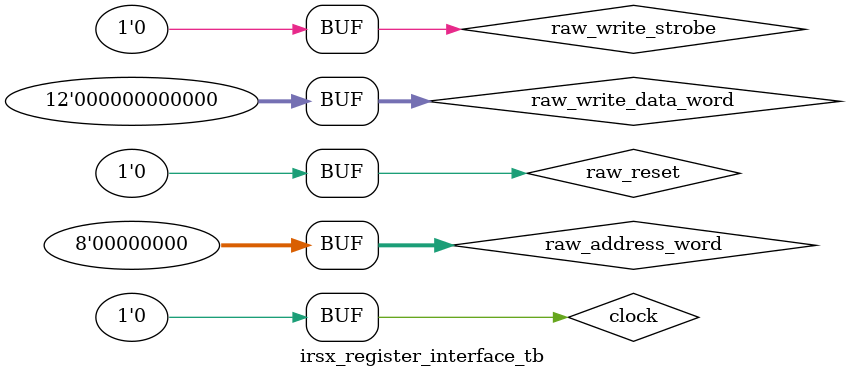
<source format=v>


`ifndef IRSX_LIB
`define IRSX_LIB

//`include "lib/RAM8.v"
`include "RAM8.v"

module irsx_register_interface (
	input clock, reset,
	input [7:0] address,
	input [11:0] data_in,
	output [11:0] data_out,
	input write_enable,
	output reg sin, pclk, regclr,
	output sclk,
	input shout
);
	localparam MAX_REGISTER_ADDRESS = 255;
	localparam NUMBER_OF_ASIC_ADDRESS_BITS = 8;
	localparam NUMBER_OF_ASIC_DATA_BITS = 12;
	localparam NUMBER_OF_SIN_WORD_BITS = NUMBER_OF_ASIC_ADDRESS_BITS + NUMBER_OF_ASIC_DATA_BITS; // 20
	wire [9:0] upstream_address_10 = { 2'b00, address };
	reg [9:0] address_10 = 0;
	wire [11:0] data_intended;
	wire [11:0] data_readback;
	RAM_s6_1k_12bit_12bit intended_values (.reset(reset),
		.clock_a(clock), .address_a(upstream_address_10), .data_in_a(data_in), .write_enable_a(write_enable), .data_out_a(data_out),
		.clock_b(clock), .address_b(address_10), .data_out_b(data_intended));
	reg [9:0] readback_address_a_10 = 0;
	wire [0:NUMBER_OF_SIN_WORD_BITS-1] sin_word = { address_10[7:0], data_intended };
	reg [6:0] sin_counter = 0;
	reg [3:0] pclk_counter = 0;
	reg [0:NUMBER_OF_SIN_WORD_BITS-1] shout_word = 0;
	wire [11:0] data_from_shout;
	if (0) begin
		assign data_from_shout = shout_word[8:NUMBER_OF_SIN_WORD_BITS-1];
	end else begin
		assign data_from_shout = data_intended; // need to fake it here until we can write to OSH and SSHSH in misc_reg168
	end
	reg shout_write = 0;
	RAM_s6_1k_12bit_12bit actual_readback (.reset(reset),
		.clock_a(clock), .address_a(address_10), .data_in_a(data_from_shout), .write_enable_a(shout_write), .data_out_a(data_readback),
		.clock_b(clock), .address_b(address_10), .data_out_b());
	reg [1:0] mode = 0;
	assign sclk = sin_counter[1];
	always @(posedge clock) begin
		if (reset) begin
			sin <= 0;
			pclk <= 0;
			regclr <= 0;
			mode <= 2'b00; // scan for differences
			sin_counter <= 0;
			address_10 <= 0;
			pclk_counter <= 0;
		end else begin
			if (mode==2'b00) begin // scan for differences
				if (data_intended!=data_readback) begin
					mode <= 2'b01; // difference found, so write updated value to asic
					address_10 <= address_10 - 1'b1;
					sin_counter <= 0;
					pclk_counter <= 0;
					pclk <= 0;
					sin <= 0;
					shout_write <= 0;
				end else begin
					if (address_10<=MAX_REGISTER_ADDRESS) begin
						address_10 <= address_10 + 1'b1;
					end else begin
						address_10 <= 0;
					end
				end
			end else if (mode==2'b01) begin // difference found, so write updated value
				if (sin_counter<4*NUMBER_OF_SIN_WORD_BITS) begin
					sin <= sin_word[sin_counter[6:2]];
					sin_counter <= sin_counter + 1'b1;
					pclk_counter <= 0;
				end else if (pclk_counter==0) begin
					sin <= 1;
					pclk_counter <= pclk_counter + 1'b1;
				end else if (pclk_counter==1) begin
					pclk <= 1;
					pclk_counter <= pclk_counter + 1'b1;
				end else if (pclk_counter==2) begin
					pclk <= 0;
					pclk_counter <= pclk_counter + 1'b1;
				end else if (pclk_counter==3) begin
					sin <= 0;
					pclk_counter <= pclk_counter + 1'b1;
				end else if (pclk_counter==4) begin
					pclk <= 1;
					pclk_counter <= pclk_counter + 1'b1;
				end else begin
					pclk <= 0;
					sin <= 0;
					sin_counter <= 0;
					shout_write <= 0;
					mode <= 2'b10; // readback shout
				end
			end else if (mode==2'b10) begin // readback shout
				sin_counter <= sin_counter + 1'b1;
				if (sin_counter<4*NUMBER_OF_SIN_WORD_BITS) begin
					if (sin_counter[1]) begin
						shout_word[sin_counter[6:2]+1] <= shout;
					end
				end else if (sin_counter<4*NUMBER_OF_SIN_WORD_BITS+1) begin
					shout_write <= 1;
				end else if (sin_counter<4*NUMBER_OF_SIN_WORD_BITS+2) begin
					shout_write <= 0;
				end else begin
					mode <= 2'b00;
				end
			end else begin
				mode <= 2'b00;
			end
		end
	end
endmodule

module irsx_register_interface_tb ();
	localparam HALF_CLOCK_PERIOD = 1;
	localparam WHOLE_CLOCK_PERIOD = 2*HALF_CLOCK_PERIOD;
	localparam SEVERAL_CLOCK_PERIODS = 2*WHOLE_CLOCK_PERIOD;
	localparam MANY_CLOCK_PERIODS = 100*WHOLE_CLOCK_PERIOD;
	reg clock = 0;
	reg raw_reset = 1;
	reg reset = 1;
	wire shout;
	wire sin, sclk, pclk, regclr;
	reg [11:0] raw_write_data_word = 0;
	reg [11:0] write_data_word = 0;
	wire [11:0] read_data_word;
	reg [7:0] raw_address_word = 0;
	reg [7:0] address_word = 0;
	reg raw_write_strobe = 0;
	reg write_strobe = 0;
	reg [19:0] shift_register = 0;
	irsx_register_interface irsx_reg (.clock(clock), .reset(reset),
		.data_in(write_data_word), .data_out(read_data_word), .address(address_word), .write_enable(write_strobe),
		.sin(sin), .sclk(sclk), .pclk(pclk), .regclr(regclr), .shout(shout));
	always @(posedge clock) begin
		reset <= raw_reset;
		address_word <= raw_address_word;
		write_data_word <= raw_write_data_word;
		write_strobe <= raw_write_strobe;
	end
	always @(posedge sclk) begin
		shift_register <= { shift_register[18:0], sin };
	end
	assign shout = shift_register[19];
	always begin
		clock <= 1;
		#HALF_CLOCK_PERIOD;
		clock <= 0;
		#HALF_CLOCK_PERIOD;
	end
	initial begin
		repeat (50) begin // block ram needs a certain minimum clock cycles in reset?!?
			#WHOLE_CLOCK_PERIOD;
		end
		raw_reset <= 0;
		// -----------------------
		#SEVERAL_CLOCK_PERIODS;
		raw_write_data_word <= 12'h345;
		#SEVERAL_CLOCK_PERIODS;
		raw_address_word <= 8'h0a;
		#SEVERAL_CLOCK_PERIODS;
		raw_write_strobe <= 1'b1;
		#WHOLE_CLOCK_PERIOD;
		raw_write_strobe <= 1'b0;
		#SEVERAL_CLOCK_PERIODS;
		// -----------------------
		#SEVERAL_CLOCK_PERIODS;
		raw_write_data_word <= 12'h567;
		#SEVERAL_CLOCK_PERIODS;
		raw_address_word <= 8'h13;
		#SEVERAL_CLOCK_PERIODS;
		raw_write_strobe <= 1'b1;
		#WHOLE_CLOCK_PERIOD;
		raw_write_strobe <= 1'b0;
		// -----------------------
		#SEVERAL_CLOCK_PERIODS;
		raw_address_word <= 0;
		raw_write_data_word <= 0;
		#SEVERAL_CLOCK_PERIODS;
		if (0) begin
			repeat (255) begin
				raw_address_word <= raw_address_word + 1'b1;
				raw_write_data_word <= raw_write_data_word + 1'b1;
				#WHOLE_CLOCK_PERIOD;
				raw_write_strobe <= 1'b1;
				#WHOLE_CLOCK_PERIOD;
				raw_write_strobe <= 0;
				#WHOLE_CLOCK_PERIOD;
			end
		end
		// -----------------------
		#MANY_CLOCK_PERIODS;
	end
endmodule

`endif


</source>
